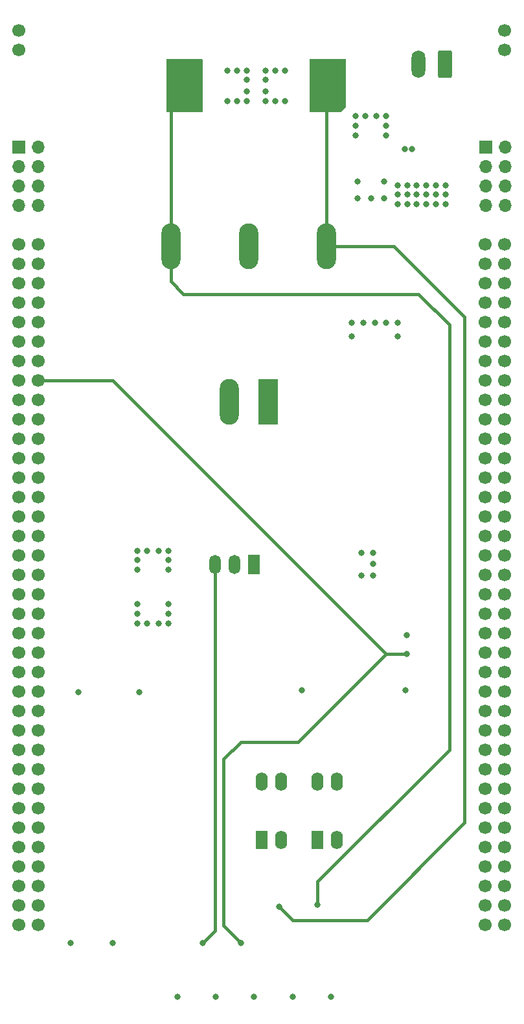
<source format=gbr>
%TF.GenerationSoftware,KiCad,Pcbnew,(6.0.7-1)-1*%
%TF.CreationDate,2022-08-23T12:38:47-05:00*%
%TF.ProjectId,NR1B-Power,4e523142-2d50-46f7-9765-722e6b696361,rev?*%
%TF.SameCoordinates,Original*%
%TF.FileFunction,Copper,L4,Bot*%
%TF.FilePolarity,Positive*%
%FSLAX46Y46*%
G04 Gerber Fmt 4.6, Leading zero omitted, Abs format (unit mm)*
G04 Created by KiCad (PCBNEW (6.0.7-1)-1) date 2022-08-23 12:38:47*
%MOMM*%
%LPD*%
G01*
G04 APERTURE LIST*
G04 Aperture macros list*
%AMRoundRect*
0 Rectangle with rounded corners*
0 $1 Rounding radius*
0 $2 $3 $4 $5 $6 $7 $8 $9 X,Y pos of 4 corners*
0 Add a 4 corners polygon primitive as box body*
4,1,4,$2,$3,$4,$5,$6,$7,$8,$9,$2,$3,0*
0 Add four circle primitives for the rounded corners*
1,1,$1+$1,$2,$3*
1,1,$1+$1,$4,$5*
1,1,$1+$1,$6,$7*
1,1,$1+$1,$8,$9*
0 Add four rect primitives between the rounded corners*
20,1,$1+$1,$2,$3,$4,$5,0*
20,1,$1+$1,$4,$5,$6,$7,0*
20,1,$1+$1,$6,$7,$8,$9,0*
20,1,$1+$1,$8,$9,$2,$3,0*%
G04 Aperture macros list end*
%TA.AperFunction,ComponentPad*%
%ADD10R,1.700000X1.700000*%
%TD*%
%TA.AperFunction,ComponentPad*%
%ADD11O,1.700000X1.700000*%
%TD*%
%TA.AperFunction,ComponentPad*%
%ADD12R,1.600000X2.400000*%
%TD*%
%TA.AperFunction,ComponentPad*%
%ADD13O,1.600000X2.400000*%
%TD*%
%TA.AperFunction,ComponentPad*%
%ADD14C,1.700000*%
%TD*%
%TA.AperFunction,ComponentPad*%
%ADD15R,1.500000X2.500000*%
%TD*%
%TA.AperFunction,ComponentPad*%
%ADD16O,1.500000X2.500000*%
%TD*%
%TA.AperFunction,ComponentPad*%
%ADD17R,2.500000X6.000000*%
%TD*%
%TA.AperFunction,ComponentPad*%
%ADD18O,2.500000X6.000000*%
%TD*%
%TA.AperFunction,ComponentPad*%
%ADD19RoundRect,0.250000X0.650000X1.550000X-0.650000X1.550000X-0.650000X-1.550000X0.650000X-1.550000X0*%
%TD*%
%TA.AperFunction,ComponentPad*%
%ADD20O,1.800000X3.600000*%
%TD*%
%TA.AperFunction,ViaPad*%
%ADD21C,0.800000*%
%TD*%
%TA.AperFunction,Conductor*%
%ADD22C,0.400000*%
%TD*%
G04 APERTURE END LIST*
D10*
%TO.P,J2,1,Pin_1*%
%TO.N,-15V*%
X163000000Y-99300000D03*
D11*
%TO.P,J2,2,Pin_2*%
%TO.N,+15V*%
X165540000Y-99300000D03*
%TO.P,J2,3,Pin_3*%
%TO.N,GND*%
X163000000Y-101840000D03*
%TO.P,J2,4,Pin_4*%
X165540000Y-101840000D03*
%TO.P,J2,5,Pin_5*%
%TO.N,+5V*%
X163000000Y-104380000D03*
%TO.P,J2,6,Pin_6*%
%TO.N,unconnected-(J2-Pad6)*%
X165540000Y-104380000D03*
%TO.P,J2,7,Pin_7*%
%TO.N,GND*%
X163000000Y-106920000D03*
%TO.P,J2,8,Pin_8*%
%TO.N,+24V*%
X165540000Y-106920000D03*
%TD*%
D12*
%TO.P,U4,1*%
%TO.N,Net-(R6-Pad1)*%
X194725000Y-189825000D03*
D13*
%TO.P,U4,2*%
%TO.N,GND*%
X197265000Y-189825000D03*
%TO.P,U4,3*%
X197265000Y-182205000D03*
%TO.P,U4,4*%
%TO.N,/~{+15V_GOOD}*%
X194725000Y-182205000D03*
%TD*%
D14*
%TO.P,X1,1,PC10*%
%TO.N,unconnected-(X1-Pad1)*%
X163000000Y-112000000D03*
%TO.P,X1,2,PC11*%
%TO.N,unconnected-(X1-Pad2)*%
X165540000Y-112000000D03*
%TO.P,X1,3,PC12*%
%TO.N,unconnected-(X1-Pad3)*%
X163000000Y-114540000D03*
%TO.P,X1,4,PD2*%
%TO.N,unconnected-(X1-Pad4)*%
X165540000Y-114540000D03*
%TO.P,X1,5,VDD*%
%TO.N,unconnected-(X1-Pad5)*%
X163000000Y-117080000D03*
%TO.P,X1,6,E5V*%
%TO.N,+5V*%
X165540000Y-117080000D03*
%TO.P,X1,7,~{BOOT0}*%
%TO.N,unconnected-(X1-Pad7)*%
X163000000Y-119620000D03*
%TO.P,X1,8,GND*%
%TO.N,GND*%
X165540000Y-119620000D03*
%TO.P,X1,9,PF6*%
%TO.N,unconnected-(X1-Pad9)*%
X163000000Y-122160000D03*
%TO.P,X1,10,NC*%
%TO.N,unconnected-(X1-Pad10)*%
X165540000Y-122160000D03*
%TO.P,X1,11,PF7*%
%TO.N,unconnected-(X1-Pad11)*%
X163000000Y-124700000D03*
%TO.P,X1,12,IOREF*%
%TO.N,unconnected-(X1-Pad12)*%
X165540000Y-124700000D03*
%TO.P,X1,13,TMS/PA13*%
%TO.N,unconnected-(X1-Pad13)*%
X163000000Y-127240000D03*
%TO.P,X1,14,~{RST}*%
%TO.N,unconnected-(X1-Pad14)*%
X165540000Y-127240000D03*
%TO.P,X1,15,TCK/PA14*%
%TO.N,unconnected-(X1-Pad15)*%
X163000000Y-129780000D03*
%TO.P,X1,16,+3V3*%
%TO.N,VCC*%
X165540000Y-129780000D03*
%TO.P,X1,17,PA15*%
%TO.N,unconnected-(X1-Pad17)*%
X163000000Y-132320000D03*
%TO.P,X1,18,+5V*%
%TO.N,unconnected-(X1-Pad18)*%
X165540000Y-132320000D03*
%TO.P,X1,19,GND*%
%TO.N,GND*%
X163000000Y-134860000D03*
%TO.P,X1,20,GND*%
X165540000Y-134860000D03*
%TO.P,X1,21,LD2/PB7*%
%TO.N,unconnected-(X1-Pad21)*%
X163000000Y-137400000D03*
%TO.P,X1,22,GND*%
%TO.N,GND*%
X165540000Y-137400000D03*
%TO.P,X1,23,BT/PC13*%
%TO.N,unconnected-(X1-Pad23)*%
X163000000Y-139940000D03*
%TO.P,X1,24,VIN*%
%TO.N,unconnected-(X1-Pad24)*%
X165540000Y-139940000D03*
%TO.P,X1,25,RTC_CRYSTAL/PC14*%
%TO.N,unconnected-(X1-Pad25)*%
X163000000Y-142480000D03*
%TO.P,X1,26,NC*%
%TO.N,unconnected-(X1-Pad26)*%
X165540000Y-142480000D03*
%TO.P,X1,27,RTC_CRYSTAL/PC15*%
%TO.N,unconnected-(X1-Pad27)*%
X163000000Y-145020000D03*
%TO.P,X1,28,ETH_REF_CLK/PA0*%
%TO.N,unconnected-(X1-Pad28)*%
X165540000Y-145020000D03*
%TO.P,X1,29,PH0*%
%TO.N,unconnected-(X1-Pad29)*%
X163000000Y-147560000D03*
%TO.P,X1,30,ETH_MDIO/PA1*%
%TO.N,unconnected-(X1-Pad30)*%
X165540000Y-147560000D03*
%TO.P,X1,31,PH1*%
%TO.N,unconnected-(X1-Pad31)*%
X163000000Y-150100000D03*
%TO.P,X1,32,PA4*%
%TO.N,unconnected-(X1-Pad32)*%
X165540000Y-150100000D03*
%TO.P,X1,33,VBAT*%
%TO.N,unconnected-(X1-Pad33)*%
X163000000Y-152640000D03*
%TO.P,X1,34,PB0*%
%TO.N,unconnected-(X1-Pad34)*%
X165540000Y-152640000D03*
%TO.P,X1,35,PC2*%
%TO.N,unconnected-(X1-Pad35)*%
X163000000Y-155180000D03*
%TO.P,X1,36,ETH_MDC/PC1*%
%TO.N,unconnected-(X1-Pad36)*%
X165540000Y-155180000D03*
%TO.P,X1,37,PC3*%
%TO.N,unconnected-(X1-Pad37)*%
X163000000Y-157720000D03*
%TO.P,X1,38,PC0*%
%TO.N,unconnected-(X1-Pad38)*%
X165540000Y-157720000D03*
%TO.P,X1,39,PD4*%
%TO.N,unconnected-(X1-Pad39)*%
X163000000Y-160260000D03*
%TO.P,X1,40,PD3*%
%TO.N,unconnected-(X1-Pad40)*%
X165540000Y-160260000D03*
%TO.P,X1,41,PD5*%
%TO.N,unconnected-(X1-Pad41)*%
X163000000Y-162800000D03*
%TO.P,X1,42,PG2*%
%TO.N,unconnected-(X1-Pad42)*%
X165540000Y-162800000D03*
%TO.P,X1,43,PD6*%
%TO.N,unconnected-(X1-Pad43)*%
X163000000Y-165340000D03*
%TO.P,X1,44,PG3*%
%TO.N,unconnected-(X1-Pad44)*%
X165540000Y-165340000D03*
%TO.P,X1,45,PD7*%
%TO.N,unconnected-(X1-Pad45)*%
X163000000Y-167880000D03*
%TO.P,X1,46,PE2*%
%TO.N,unconnected-(X1-Pad46)*%
X165540000Y-167880000D03*
%TO.P,X1,47,PE3*%
%TO.N,unconnected-(X1-Pad47)*%
X163000000Y-170420000D03*
%TO.P,X1,48,PE4*%
%TO.N,unconnected-(X1-Pad48)*%
X165540000Y-170420000D03*
%TO.P,X1,49,GND*%
%TO.N,GND*%
X163000000Y-172960000D03*
%TO.P,X1,50,PE5*%
%TO.N,unconnected-(X1-Pad50)*%
X165540000Y-172960000D03*
%TO.P,X1,51,PF1*%
%TO.N,unconnected-(X1-Pad51)*%
X163000000Y-175500000D03*
%TO.P,X1,52,PF2*%
%TO.N,unconnected-(X1-Pad52)*%
X165540000Y-175500000D03*
%TO.P,X1,53,PF0*%
%TO.N,unconnected-(X1-Pad53)*%
X163000000Y-178040000D03*
%TO.P,X1,54,PF8*%
%TO.N,unconnected-(X1-Pad54)*%
X165540000Y-178040000D03*
%TO.P,X1,55,PD1*%
%TO.N,unconnected-(X1-Pad55)*%
X163000000Y-180580000D03*
%TO.P,X1,56,PF9*%
%TO.N,unconnected-(X1-Pad56)*%
X165540000Y-180580000D03*
%TO.P,X1,57,PD0*%
%TO.N,unconnected-(X1-Pad57)*%
X163000000Y-183120000D03*
%TO.P,X1,58,PG1*%
%TO.N,unconnected-(X1-Pad58)*%
X165540000Y-183120000D03*
%TO.P,X1,59,PG0*%
%TO.N,unconnected-(X1-Pad59)*%
X163000000Y-185660000D03*
%TO.P,X1,60,GND*%
%TO.N,GND*%
X165540000Y-185660000D03*
%TO.P,X1,61,PE1*%
%TO.N,unconnected-(X1-Pad61)*%
X163000000Y-188200000D03*
%TO.P,X1,62,PE6*%
%TO.N,unconnected-(X1-Pad62)*%
X165540000Y-188200000D03*
%TO.P,X1,63,PG9*%
%TO.N,unconnected-(X1-Pad63)*%
X163000000Y-190740000D03*
%TO.P,X1,64,PG15*%
%TO.N,unconnected-(X1-Pad64)*%
X165540000Y-190740000D03*
%TO.P,X1,65,PG12*%
%TO.N,unconnected-(X1-Pad65)*%
X163000000Y-193280000D03*
%TO.P,X1,66,PG10*%
%TO.N,unconnected-(X1-Pad66)*%
X165540000Y-193280000D03*
%TO.P,X1,67,NC*%
%TO.N,unconnected-(X1-Pad67)*%
X163000000Y-195820000D03*
%TO.P,X1,68,PG13/ETH_TXD0*%
%TO.N,unconnected-(X1-Pad68)*%
X165540000Y-195820000D03*
%TO.P,X1,69,STLINK_RX/PD9*%
%TO.N,unconnected-(X1-Pad69)*%
X163000000Y-198360000D03*
%TO.P,X1,70,PG11/ETH_TX_EN*%
%TO.N,unconnected-(X1-Pad70)*%
X165540000Y-198360000D03*
%TO.P,X1,71,GND*%
%TO.N,GND*%
X163000000Y-200900000D03*
%TO.P,X1,72,GND*%
X165540000Y-200900000D03*
%TO.P,X1,73,PC9*%
%TO.N,unconnected-(X1-Pad73)*%
X223960000Y-112000000D03*
%TO.P,X1,74,PC8*%
%TO.N,unconnected-(X1-Pad74)*%
X226500000Y-112000000D03*
%TO.P,X1,75,PB8*%
%TO.N,unconnected-(X1-Pad75)*%
X223960000Y-114540000D03*
%TO.P,X1,76,PC6*%
%TO.N,unconnected-(X1-Pad76)*%
X226500000Y-114540000D03*
%TO.P,X1,77,PB9*%
%TO.N,unconnected-(X1-Pad77)*%
X223960000Y-117080000D03*
%TO.P,X1,78,ETH_RXD1/PC5*%
%TO.N,unconnected-(X1-Pad78)*%
X226500000Y-117080000D03*
%TO.P,X1,79,AVDD*%
%TO.N,unconnected-(X1-Pad79)*%
X223960000Y-119620000D03*
%TO.P,X1,80,U5V*%
%TO.N,unconnected-(X1-Pad80)*%
X226500000Y-119620000D03*
%TO.P,X1,81,GND*%
%TO.N,GND*%
X223960000Y-122160000D03*
%TO.P,X1,82,STLINK_TX/PD8*%
%TO.N,unconnected-(X1-Pad82)*%
X226500000Y-122160000D03*
%TO.P,X1,83,PA5*%
%TO.N,unconnected-(X1-Pad83)*%
X223960000Y-124700000D03*
%TO.P,X1,84,USB_DP/PA12*%
%TO.N,unconnected-(X1-Pad84)*%
X226500000Y-124700000D03*
%TO.P,X1,85,PA6*%
%TO.N,unconnected-(X1-Pad85)*%
X223960000Y-127240000D03*
%TO.P,X1,86,USB_DM/PA11*%
%TO.N,unconnected-(X1-Pad86)*%
X226500000Y-127240000D03*
%TO.P,X1,87,ETH_CRS_DV/PA7*%
%TO.N,unconnected-(X1-Pad87)*%
X223960000Y-129780000D03*
%TO.P,X1,88,PB12*%
%TO.N,unconnected-(X1-Pad88)*%
X226500000Y-129780000D03*
%TO.P,X1,89,PB6*%
%TO.N,unconnected-(X1-Pad89)*%
X223960000Y-132320000D03*
%TO.P,X1,90,PB11*%
%TO.N,unconnected-(X1-Pad90)*%
X226500000Y-132320000D03*
%TO.P,X1,91,PC7*%
%TO.N,unconnected-(X1-Pad91)*%
X223960000Y-134860000D03*
%TO.P,X1,92,GND*%
%TO.N,GND*%
X226500000Y-134860000D03*
%TO.P,X1,93,USB_VBUS/PA9*%
%TO.N,unconnected-(X1-Pad93)*%
X223960000Y-137400000D03*
%TO.P,X1,94,PB2*%
%TO.N,unconnected-(X1-Pad94)*%
X226500000Y-137400000D03*
%TO.P,X1,95,USB_SOF/PA8*%
%TO.N,unconnected-(X1-Pad95)*%
X223960000Y-139940000D03*
%TO.P,X1,96,PB1*%
%TO.N,unconnected-(X1-Pad96)*%
X226500000Y-139940000D03*
%TO.P,X1,97,PB10*%
%TO.N,unconnected-(X1-Pad97)*%
X223960000Y-142480000D03*
%TO.P,X1,98,PB15*%
%TO.N,unconnected-(X1-Pad98)*%
X226500000Y-142480000D03*
%TO.P,X1,99,PB4*%
%TO.N,unconnected-(X1-Pad99)*%
X223960000Y-145020000D03*
%TO.P,X1,100,LD3/PB14*%
%TO.N,unconnected-(X1-Pad100)*%
X226500000Y-145020000D03*
%TO.P,X1,101,PB5*%
%TO.N,unconnected-(X1-Pad101)*%
X223960000Y-147560000D03*
%TO.P,X1,102,ETH_TXD1/PB13*%
%TO.N,unconnected-(X1-Pad102)*%
X226500000Y-147560000D03*
%TO.P,X1,103,SWO/PB3*%
%TO.N,unconnected-(X1-Pad103)*%
X223960000Y-150100000D03*
%TO.P,X1,104,AGND*%
%TO.N,unconnected-(X1-Pad104)*%
X226500000Y-150100000D03*
%TO.P,X1,105,USB_ID/PA10*%
%TO.N,unconnected-(X1-Pad105)*%
X223960000Y-152640000D03*
%TO.P,X1,106,ETH_RXD0/PC4*%
%TO.N,unconnected-(X1-Pad106)*%
X226500000Y-152640000D03*
%TO.P,X1,107,PA2*%
%TO.N,/~{+15V_GOOD}*%
X223960000Y-155180000D03*
%TO.P,X1,108,PF5*%
%TO.N,unconnected-(X1-Pad108)*%
X226500000Y-155180000D03*
%TO.P,X1,109,PA3*%
%TO.N,/~{-15V_GOOD}*%
X223960000Y-157720000D03*
%TO.P,X1,110,PF4*%
%TO.N,unconnected-(X1-Pad110)*%
X226500000Y-157720000D03*
%TO.P,X1,111,GND*%
%TO.N,GND*%
X223960000Y-160260000D03*
%TO.P,X1,112,PE8*%
%TO.N,unconnected-(X1-Pad112)*%
X226500000Y-160260000D03*
%TO.P,X1,113,PD13*%
%TO.N,unconnected-(X1-Pad113)*%
X223960000Y-162800000D03*
%TO.P,X1,114,PF10*%
%TO.N,unconnected-(X1-Pad114)*%
X226500000Y-162800000D03*
%TO.P,X1,115,PD12*%
%TO.N,unconnected-(X1-Pad115)*%
X223960000Y-165340000D03*
%TO.P,X1,116,PE7*%
%TO.N,unconnected-(X1-Pad116)*%
X226500000Y-165340000D03*
%TO.P,X1,117,PD11*%
%TO.N,unconnected-(X1-Pad117)*%
X223960000Y-167880000D03*
%TO.P,X1,118,PD14*%
%TO.N,unconnected-(X1-Pad118)*%
X226500000Y-167880000D03*
%TO.P,X1,119,PE10*%
%TO.N,unconnected-(X1-Pad119)*%
X223960000Y-170420000D03*
%TO.P,X1,120,PD15*%
%TO.N,unconnected-(X1-Pad120)*%
X226500000Y-170420000D03*
%TO.P,X1,121,PE12*%
%TO.N,unconnected-(X1-Pad121)*%
X223960000Y-172960000D03*
%TO.P,X1,122,PF14*%
%TO.N,unconnected-(X1-Pad122)*%
X226500000Y-172960000D03*
%TO.P,X1,123,PE14*%
%TO.N,unconnected-(X1-Pad123)*%
X223960000Y-175500000D03*
%TO.P,X1,124,PE9*%
%TO.N,unconnected-(X1-Pad124)*%
X226500000Y-175500000D03*
%TO.P,X1,125,PE15*%
%TO.N,unconnected-(X1-Pad125)*%
X223960000Y-178040000D03*
%TO.P,X1,126,GND*%
%TO.N,GND*%
X226500000Y-178040000D03*
%TO.P,X1,127,PE13*%
%TO.N,unconnected-(X1-Pad127)*%
X223960000Y-180580000D03*
%TO.P,X1,128,PE11*%
%TO.N,unconnected-(X1-Pad128)*%
X226500000Y-180580000D03*
%TO.P,X1,129,PF13*%
%TO.N,unconnected-(X1-Pad129)*%
X223960000Y-183120000D03*
%TO.P,X1,130,PF3*%
%TO.N,unconnected-(X1-Pad130)*%
X226500000Y-183120000D03*
%TO.P,X1,131,PF12*%
%TO.N,unconnected-(X1-Pad131)*%
X223960000Y-185660000D03*
%TO.P,X1,132,PF15*%
%TO.N,unconnected-(X1-Pad132)*%
X226500000Y-185660000D03*
%TO.P,X1,133,PG14*%
%TO.N,unconnected-(X1-Pad133)*%
X223960000Y-188200000D03*
%TO.P,X1,134,PF11*%
%TO.N,unconnected-(X1-Pad134)*%
X226500000Y-188200000D03*
%TO.P,X1,135,GND*%
%TO.N,GND*%
X223960000Y-190740000D03*
%TO.P,X1,136,PE0*%
%TO.N,unconnected-(X1-Pad136)*%
X226500000Y-190740000D03*
%TO.P,X1,137,PD10*%
%TO.N,unconnected-(X1-Pad137)*%
X223960000Y-193280000D03*
%TO.P,X1,138,PG8*%
%TO.N,unconnected-(X1-Pad138)*%
X226500000Y-193280000D03*
%TO.P,X1,139,PG7/USB_GPIO_IN*%
%TO.N,unconnected-(X1-Pad139)*%
X223960000Y-195820000D03*
%TO.P,X1,140,PG5*%
%TO.N,unconnected-(X1-Pad140)*%
X226500000Y-195820000D03*
%TO.P,X1,141,PG4*%
%TO.N,unconnected-(X1-Pad141)*%
X223960000Y-198360000D03*
%TO.P,X1,142,PG6/USB_GPIO_OUT*%
%TO.N,unconnected-(X1-Pad142)*%
X226500000Y-198360000D03*
%TO.P,X1,143,GND*%
%TO.N,GND*%
X223960000Y-200900000D03*
%TO.P,X1,144,GND*%
X226500000Y-200900000D03*
%TO.P,X1,145*%
%TO.N,N/C*%
X163000000Y-84060000D03*
%TO.P,X1,146*%
X163000000Y-86600000D03*
%TO.P,X1,147*%
X226500000Y-84060000D03*
%TO.P,X1,148*%
X226500000Y-86600000D03*
%TD*%
D15*
%TO.P,U1,1,Vin*%
%TO.N,Net-(D7-Pad1)*%
X193682500Y-153817500D03*
D16*
%TO.P,U1,2,GND*%
%TO.N,GND*%
X191142500Y-153817500D03*
%TO.P,U1,3,Vout*%
%TO.N,+5V*%
X188602500Y-153817500D03*
%TD*%
D17*
%TO.P,U2,1,+Vin*%
%TO.N,Net-(D8-Pad1)*%
X195540000Y-132535000D03*
D18*
%TO.P,U2,2,-Vin*%
%TO.N,GND*%
X190460000Y-132535000D03*
%TO.P,U2,3,+Vout*%
%TO.N,+15V*%
X203160000Y-112215000D03*
%TO.P,U2,4,COM*%
%TO.N,GND*%
X193000000Y-112215000D03*
%TO.P,U2,5,-Vout*%
%TO.N,-15V*%
X182840000Y-112215000D03*
%TD*%
D19*
%TO.P,J3,1,Pin_1*%
%TO.N,/24VIN*%
X218695000Y-88432500D03*
D20*
%TO.P,J3,2,Pin_2*%
%TO.N,GND*%
X215195000Y-88432500D03*
%TD*%
D10*
%TO.P,J1,1,Pin_1*%
%TO.N,unconnected-(J1-Pad1)*%
X224000000Y-99300000D03*
D11*
%TO.P,J1,2,Pin_2*%
%TO.N,unconnected-(J1-Pad2)*%
X226540000Y-99300000D03*
%TO.P,J1,3,Pin_3*%
%TO.N,unconnected-(J1-Pad3)*%
X224000000Y-101840000D03*
%TO.P,J1,4,Pin_4*%
%TO.N,unconnected-(J1-Pad4)*%
X226540000Y-101840000D03*
%TO.P,J1,5,Pin_5*%
%TO.N,unconnected-(J1-Pad5)*%
X224000000Y-104380000D03*
%TO.P,J1,6,Pin_6*%
%TO.N,unconnected-(J1-Pad6)*%
X226540000Y-104380000D03*
%TO.P,J1,7,Pin_7*%
%TO.N,unconnected-(J1-Pad7)*%
X224000000Y-106920000D03*
%TO.P,J1,8,Pin_8*%
%TO.N,unconnected-(J1-Pad8)*%
X226540000Y-106920000D03*
%TD*%
D12*
%TO.P,U3,1*%
%TO.N,GND*%
X201975000Y-189825000D03*
D13*
%TO.P,U3,2*%
%TO.N,Net-(R2-Pad1)*%
X204515000Y-189825000D03*
%TO.P,U3,3*%
%TO.N,GND*%
X204515000Y-182205000D03*
%TO.P,U3,4*%
%TO.N,/~{-15V_GOOD}*%
X201975000Y-182205000D03*
%TD*%
D21*
%TO.N,+24V*%
X212500000Y-105500000D03*
X217500000Y-106750000D03*
X212500000Y-122250000D03*
X213750000Y-106750000D03*
X213750000Y-105500000D03*
X212500000Y-124000000D03*
X209500000Y-122250000D03*
X207750000Y-155250000D03*
X209000000Y-106000000D03*
X216250000Y-106750000D03*
X210750000Y-106000000D03*
X207250000Y-106000000D03*
X218750000Y-105500000D03*
X207250000Y-103750000D03*
X215000000Y-104250000D03*
X207750000Y-152250000D03*
X218750000Y-104250000D03*
X211000000Y-122250000D03*
X215000000Y-106750000D03*
X206500000Y-124000000D03*
X212500000Y-106750000D03*
X213750000Y-104250000D03*
X209250000Y-152250000D03*
X208000000Y-122250000D03*
X216250000Y-105500000D03*
X209250000Y-153750000D03*
X206500000Y-122250000D03*
X216250000Y-104250000D03*
X217500000Y-104250000D03*
X215000000Y-105500000D03*
X218750000Y-106750000D03*
X210750000Y-103750000D03*
X217500000Y-105500000D03*
X209250000Y-155250000D03*
X212500000Y-104250000D03*
%TO.N,GND*%
X188750000Y-210250000D03*
X182500000Y-160250000D03*
X181250000Y-161500000D03*
X197750000Y-89250000D03*
X208250000Y-95250000D03*
X192750000Y-90500000D03*
X192750000Y-93250000D03*
X178750000Y-170500000D03*
X195250000Y-90500000D03*
X178500000Y-159000000D03*
X192750000Y-89250000D03*
X211000000Y-97750000D03*
X211000000Y-96500000D03*
X213662500Y-163000000D03*
X169750000Y-203250000D03*
X190250000Y-93250000D03*
X190250000Y-89250000D03*
X170750000Y-170500000D03*
X178500000Y-160250000D03*
X183750000Y-210250000D03*
X192750000Y-92000000D03*
X214400000Y-99500000D03*
X207000000Y-97750000D03*
X196500000Y-89250000D03*
X178500000Y-161500000D03*
X182500000Y-161500000D03*
X213400000Y-99500000D03*
X179750000Y-161500000D03*
X211000000Y-95250000D03*
X203750000Y-210250000D03*
X213500000Y-170250000D03*
X196500000Y-93250000D03*
X197750000Y-93250000D03*
X175250000Y-203250000D03*
X182500000Y-159000000D03*
X198750000Y-210250000D03*
X200000000Y-170250000D03*
X195250000Y-93250000D03*
X207000000Y-96500000D03*
X193750000Y-210250000D03*
X209750000Y-95250000D03*
X207000000Y-95250000D03*
X195250000Y-92000000D03*
X191500000Y-89250000D03*
X191500000Y-93250000D03*
X195250000Y-89250000D03*
%TO.N,+5V*%
X182500000Y-153250000D03*
X182500000Y-154500000D03*
X179750000Y-152000000D03*
X182500000Y-152000000D03*
X181250000Y-152000000D03*
X178500000Y-153250000D03*
X178500000Y-152000000D03*
X178500000Y-154500000D03*
X187000000Y-203250000D03*
%TO.N,+15V*%
X204750000Y-92000000D03*
X202250000Y-93250000D03*
X197000000Y-198500000D03*
X203500000Y-89250000D03*
X203500000Y-93250000D03*
X204750000Y-89250000D03*
X204750000Y-93250000D03*
X202250000Y-89250000D03*
X204750000Y-90500000D03*
%TO.N,-15V*%
X184500000Y-93250000D03*
X183250000Y-93250000D03*
X202000000Y-198250000D03*
X185750000Y-89250000D03*
X183250000Y-90500000D03*
X183250000Y-92000000D03*
X185750000Y-93250000D03*
X183250000Y-89250000D03*
X184500000Y-89250000D03*
%TO.N,VCC*%
X213662500Y-165500000D03*
X192000000Y-203250000D03*
%TD*%
D22*
%TO.N,+5V*%
X188602500Y-153817500D02*
X188602500Y-201647500D01*
X188602500Y-201647500D02*
X187000000Y-203250000D01*
%TO.N,+15V*%
X211965000Y-112215000D02*
X221250000Y-121500000D01*
X221250000Y-121500000D02*
X221250000Y-187500000D01*
X221250000Y-187500000D02*
X208500000Y-200250000D01*
X203160000Y-112215000D02*
X211965000Y-112215000D01*
X208500000Y-200250000D02*
X198750000Y-200250000D01*
X203160000Y-93590000D02*
X203500000Y-93250000D01*
X198750000Y-200250000D02*
X197000000Y-198500000D01*
X203160000Y-112215000D02*
X203160000Y-93590000D01*
%TO.N,-15V*%
X182840000Y-112215000D02*
X182840000Y-116840000D01*
X183467500Y-93467500D02*
X183250000Y-93250000D01*
X182840000Y-112215000D02*
X182840000Y-93660000D01*
X202000000Y-195250000D02*
X202000000Y-198250000D01*
X184500000Y-118500000D02*
X215250000Y-118500000D01*
X215250000Y-118500000D02*
X219250000Y-122500000D01*
X219250000Y-122500000D02*
X219250000Y-178000000D01*
X182840000Y-116840000D02*
X184500000Y-118500000D01*
X182840000Y-93660000D02*
X183250000Y-93250000D01*
X219250000Y-178000000D02*
X202000000Y-195250000D01*
%TO.N,VCC*%
X211000000Y-165500000D02*
X213662500Y-165500000D01*
X165540000Y-129780000D02*
X171970000Y-129780000D01*
X171970000Y-129780000D02*
X172000000Y-129750000D01*
X189750000Y-179250000D02*
X189750000Y-201000000D01*
X192000000Y-177000000D02*
X189750000Y-179250000D01*
X192000000Y-177000000D02*
X199500000Y-177000000D01*
X175250000Y-129750000D02*
X211000000Y-165500000D01*
X189750000Y-201000000D02*
X192000000Y-203250000D01*
X172000000Y-129750000D02*
X175250000Y-129750000D01*
X211000000Y-165500000D02*
X199500000Y-177000000D01*
%TD*%
%TA.AperFunction,Conductor*%
%TO.N,+15V*%
G36*
X205692121Y-87770002D02*
G01*
X205738614Y-87823658D01*
X205750000Y-87876000D01*
X205750000Y-93947810D01*
X205729998Y-94015931D01*
X205713095Y-94036905D01*
X205036905Y-94713095D01*
X204974593Y-94747121D01*
X204947810Y-94750000D01*
X201126000Y-94750000D01*
X201057879Y-94729998D01*
X201011386Y-94676342D01*
X201000000Y-94624000D01*
X201000000Y-87876000D01*
X201020002Y-87807879D01*
X201073658Y-87761386D01*
X201126000Y-87750000D01*
X205624000Y-87750000D01*
X205692121Y-87770002D01*
G37*
%TD.AperFunction*%
%TD*%
%TA.AperFunction,Conductor*%
%TO.N,-15V*%
G36*
X186942121Y-87770002D02*
G01*
X186988614Y-87823658D01*
X187000000Y-87876000D01*
X187000000Y-94624000D01*
X186979998Y-94692121D01*
X186926342Y-94738614D01*
X186874000Y-94750000D01*
X182376000Y-94750000D01*
X182307879Y-94729998D01*
X182261386Y-94676342D01*
X182250000Y-94624000D01*
X182250000Y-87876000D01*
X182270002Y-87807879D01*
X182323658Y-87761386D01*
X182376000Y-87750000D01*
X186874000Y-87750000D01*
X186942121Y-87770002D01*
G37*
%TD.AperFunction*%
%TD*%
M02*

</source>
